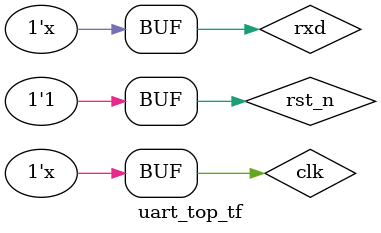
<source format=v>
`timescale 1ns/1ps  
module uart_top_tf ;
	reg clk;
	reg rst_n;
	reg rxd;
	wire txd;
	wire [7:0] q;
	initial begin
		clk = 1;
		rst_n = 0;
		rxd = 1;
#200.1
		rst_n = 1;
		end
			
	always # 10 clk = ~clk;   //50Mhz clock
	always # 104167 rxd =~rxd;
	
uart_top uart_top( 
				.clock(clk),					//系统时钟
				.RXD(rxd),
				.TXD(txd),					//uart接收与发送引脚
				.rst_n(rst_n)
				
	);
	
endmodule
</source>
